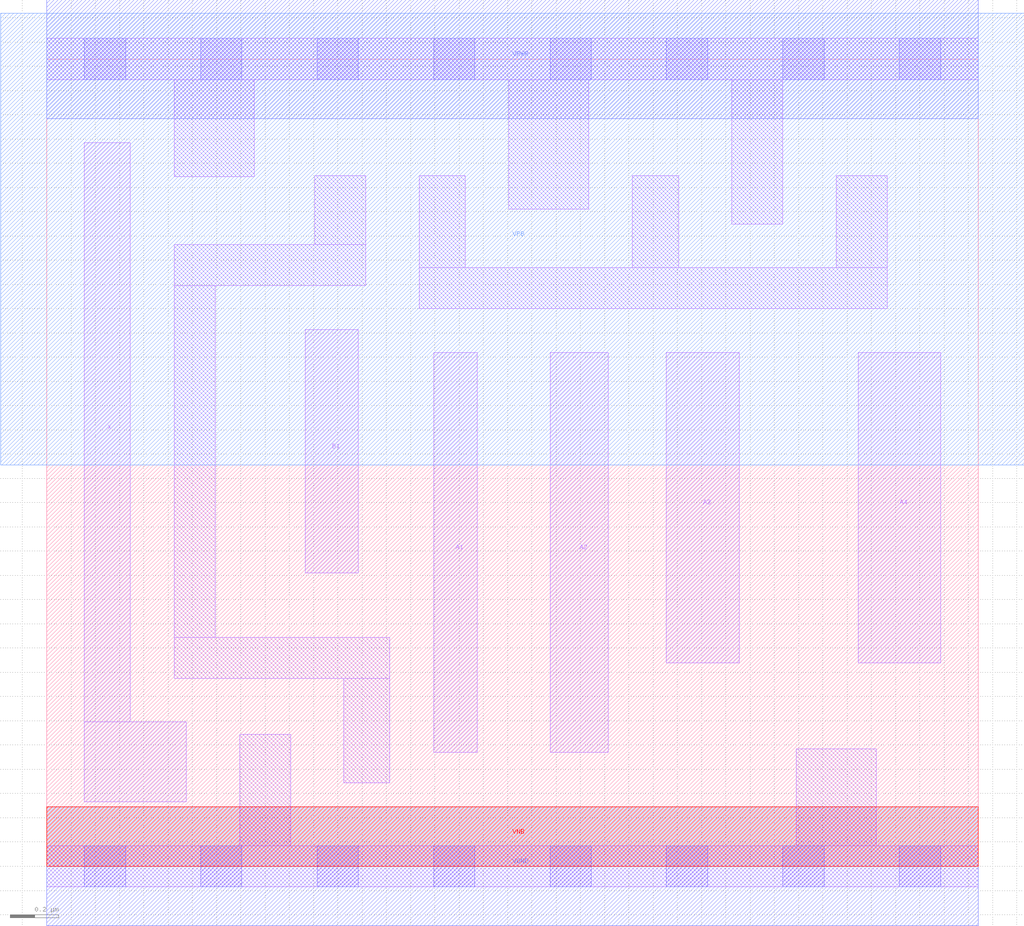
<source format=lef>
# Copyright 2020 The SkyWater PDK Authors
#
# Licensed under the Apache License, Version 2.0 (the "License");
# you may not use this file except in compliance with the License.
# You may obtain a copy of the License at
#
#     https://www.apache.org/licenses/LICENSE-2.0
#
# Unless required by applicable law or agreed to in writing, software
# distributed under the License is distributed on an "AS IS" BASIS,
# WITHOUT WARRANTIES OR CONDITIONS OF ANY KIND, either express or implied.
# See the License for the specific language governing permissions and
# limitations under the License.
#
# SPDX-License-Identifier: Apache-2.0

VERSION 5.7 ;
  NOWIREEXTENSIONATPIN ON ;
  DIVIDERCHAR "/" ;
  BUSBITCHARS "[]" ;
MACRO sky130_fd_sc_lp__a41o_m
  CLASS CORE ;
  FOREIGN sky130_fd_sc_lp__a41o_m ;
  ORIGIN  0.000000  0.000000 ;
  SIZE  3.840000 BY  3.330000 ;
  SYMMETRY X Y R90 ;
  SITE unit ;
  PIN A1
    ANTENNAGATEAREA  0.126000 ;
    DIRECTION INPUT ;
    USE SIGNAL ;
    PORT
      LAYER li1 ;
        RECT 1.595000 0.470000 1.775000 2.120000 ;
    END
  END A1
  PIN A2
    ANTENNAGATEAREA  0.126000 ;
    DIRECTION INPUT ;
    USE SIGNAL ;
    PORT
      LAYER li1 ;
        RECT 2.075000 0.470000 2.315000 2.120000 ;
    END
  END A2
  PIN A3
    ANTENNAGATEAREA  0.126000 ;
    DIRECTION INPUT ;
    USE SIGNAL ;
    PORT
      LAYER li1 ;
        RECT 2.555000 0.840000 2.855000 2.120000 ;
    END
  END A3
  PIN A4
    ANTENNAGATEAREA  0.126000 ;
    DIRECTION INPUT ;
    USE SIGNAL ;
    PORT
      LAYER li1 ;
        RECT 3.345000 0.840000 3.685000 2.120000 ;
    END
  END A4
  PIN B1
    ANTENNAGATEAREA  0.126000 ;
    DIRECTION INPUT ;
    USE SIGNAL ;
    PORT
      LAYER li1 ;
        RECT 1.065000 1.210000 1.285000 2.215000 ;
    END
  END B1
  PIN X
    ANTENNADIFFAREA  0.222600 ;
    DIRECTION OUTPUT ;
    USE SIGNAL ;
    PORT
      LAYER li1 ;
        RECT 0.155000 0.265000 0.575000 0.595000 ;
        RECT 0.155000 0.595000 0.345000 2.985000 ;
    END
  END X
  PIN VGND
    DIRECTION INOUT ;
    USE GROUND ;
    PORT
      LAYER met1 ;
        RECT 0.000000 -0.245000 3.840000 0.245000 ;
    END
  END VGND
  PIN VNB
    DIRECTION INOUT ;
    USE GROUND ;
    PORT
      LAYER pwell ;
        RECT 0.000000 0.000000 3.840000 0.245000 ;
    END
  END VNB
  PIN VPB
    DIRECTION INOUT ;
    USE POWER ;
    PORT
      LAYER nwell ;
        RECT -0.190000 1.655000 4.030000 3.520000 ;
    END
  END VPB
  PIN VPWR
    DIRECTION INOUT ;
    USE POWER ;
    PORT
      LAYER met1 ;
        RECT 0.000000 3.085000 3.840000 3.575000 ;
    END
  END VPWR
  OBS
    LAYER li1 ;
      RECT 0.000000 -0.085000 3.840000 0.085000 ;
      RECT 0.000000  3.245000 3.840000 3.415000 ;
      RECT 0.525000  0.775000 1.415000 0.945000 ;
      RECT 0.525000  0.945000 0.695000 2.395000 ;
      RECT 0.525000  2.395000 1.315000 2.565000 ;
      RECT 0.525000  2.845000 0.855000 3.245000 ;
      RECT 0.795000  0.085000 1.005000 0.545000 ;
      RECT 1.105000  2.565000 1.315000 2.850000 ;
      RECT 1.225000  0.345000 1.415000 0.775000 ;
      RECT 1.535000  2.300000 3.465000 2.470000 ;
      RECT 1.535000  2.470000 1.725000 2.850000 ;
      RECT 1.905000  2.710000 2.235000 3.245000 ;
      RECT 2.415000  2.470000 2.605000 2.850000 ;
      RECT 2.825000  2.650000 3.035000 3.245000 ;
      RECT 3.090000  0.085000 3.420000 0.485000 ;
      RECT 3.255000  2.470000 3.465000 2.850000 ;
    LAYER mcon ;
      RECT 0.155000 -0.085000 0.325000 0.085000 ;
      RECT 0.155000  3.245000 0.325000 3.415000 ;
      RECT 0.635000 -0.085000 0.805000 0.085000 ;
      RECT 0.635000  3.245000 0.805000 3.415000 ;
      RECT 1.115000 -0.085000 1.285000 0.085000 ;
      RECT 1.115000  3.245000 1.285000 3.415000 ;
      RECT 1.595000 -0.085000 1.765000 0.085000 ;
      RECT 1.595000  3.245000 1.765000 3.415000 ;
      RECT 2.075000 -0.085000 2.245000 0.085000 ;
      RECT 2.075000  3.245000 2.245000 3.415000 ;
      RECT 2.555000 -0.085000 2.725000 0.085000 ;
      RECT 2.555000  3.245000 2.725000 3.415000 ;
      RECT 3.035000 -0.085000 3.205000 0.085000 ;
      RECT 3.035000  3.245000 3.205000 3.415000 ;
      RECT 3.515000 -0.085000 3.685000 0.085000 ;
      RECT 3.515000  3.245000 3.685000 3.415000 ;
  END
END sky130_fd_sc_lp__a41o_m
END LIBRARY

</source>
